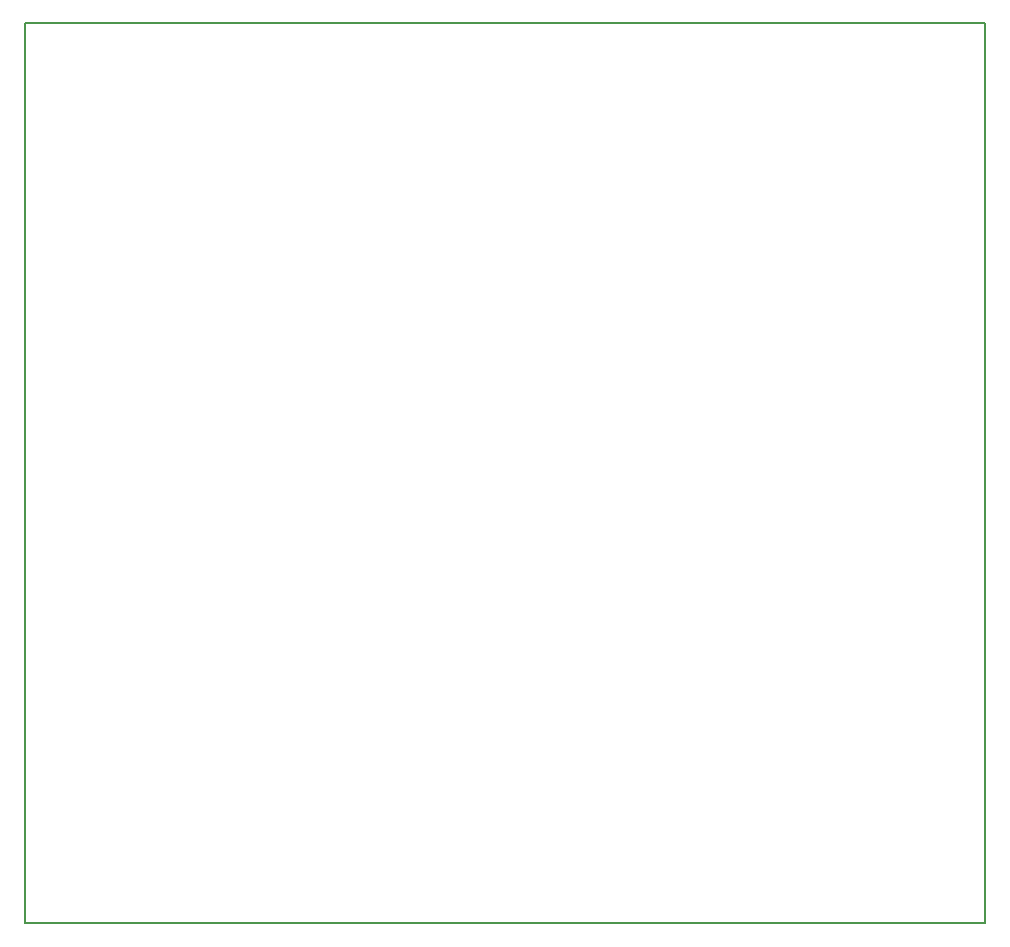
<source format=gbr>
G04 #@! TF.GenerationSoftware,KiCad,Pcbnew,5.1.5-52549c5~86~ubuntu16.04.1*
G04 #@! TF.CreationDate,2020-04-18T11:50:37-06:00*
G04 #@! TF.ProjectId,M_OpDetect,4d5f4f70-4465-4746-9563-742e6b696361,rev?*
G04 #@! TF.SameCoordinates,Original*
G04 #@! TF.FileFunction,Profile,NP*
%FSLAX46Y46*%
G04 Gerber Fmt 4.6, Leading zero omitted, Abs format (unit mm)*
G04 Created by KiCad (PCBNEW 5.1.5-52549c5~86~ubuntu16.04.1) date 2020-04-18 11:50:37*
%MOMM*%
%LPD*%
G04 APERTURE LIST*
%ADD10C,0.150000*%
%ADD11C,0.200000*%
G04 APERTURE END LIST*
D10*
X129540000Y-127000000D02*
X149860000Y-127000000D01*
X149860000Y-127000000D02*
X170180000Y-127000000D01*
X170180000Y-50800000D02*
X190500000Y-50800000D01*
X170180000Y-127000000D02*
X190500000Y-127000000D01*
X190500000Y-50800000D02*
X210820000Y-50800000D01*
X190500000Y-127000000D02*
X210820000Y-127000000D01*
X210820000Y-50800000D02*
X210820000Y-127000000D01*
X210820000Y-50800000D02*
X210820000Y-127000000D01*
X190500000Y-127000000D02*
X210820000Y-127000000D01*
X190500000Y-50800000D02*
X210820000Y-50800000D01*
X170180000Y-127000000D02*
X190500000Y-127000000D01*
X170180000Y-50800000D02*
X190500000Y-50800000D01*
X149860000Y-127000000D02*
X170180000Y-127000000D01*
X149860000Y-50800000D02*
X170180000Y-50800000D01*
D11*
X129540000Y-50800000D02*
X129540000Y-127000000D01*
D10*
X129540000Y-127000000D02*
X149860000Y-127000000D01*
X129540000Y-50800000D02*
X149860000Y-50800000D01*
M02*

</source>
